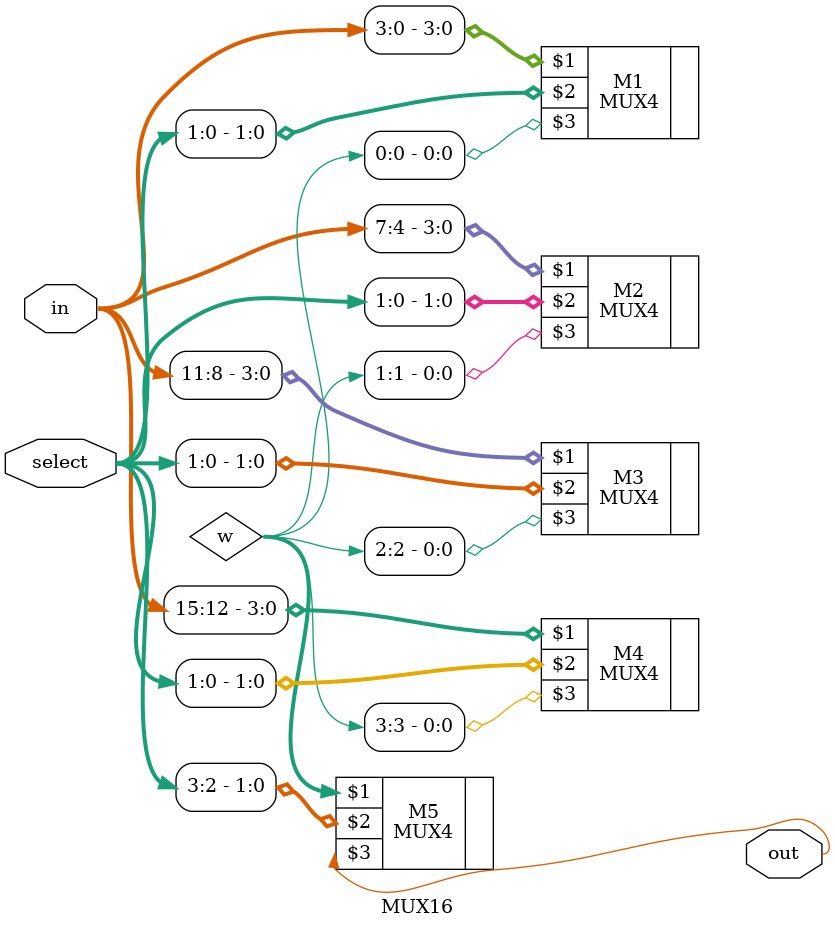
<source format=v>
module MUX16(in,select,out);
input [15:0]in;
input [3:0]select;
output out;
wire [3:0]w;


MUX4 M1(in[3:0],select[1:0],w[0]);
MUX4 M2(in[7:4],select[1:0],w[1]);
MUX4 M3(in[11:8],select[1:0],w[2]);
MUX4 M4(in[15:12],select[1:0],w[3]);

MUX4 M5(w[3:0],select[3:2],out);


endmodule

</source>
